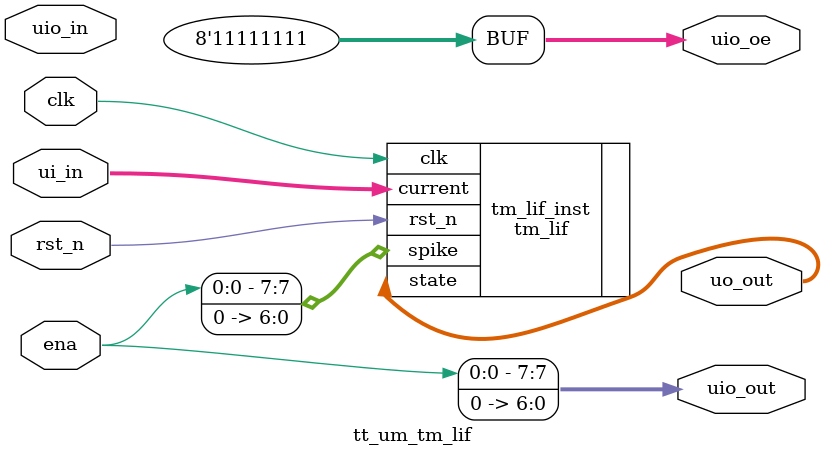
<source format=v>
`default_nettype none

module tt_um_tm_lif (
    input wire [7:0] ui_in,    // Dedicated inputs - connected to the input switches
    output wire [7:0] uo_out,   // Dedicated outputs - connected to the 7 segment display
    input wire [7:0] uio_in,   // IOs: Bidirectional Input path
    output wire [7:0] uio_out,  // IOs: Bidirectional Output path
    output wire [7:0] uio_oe,   // IOs: Bidirectional Enable path (active high: 0=input, 1=output)
    input wire ena,      // will go high when the design is enabled
    input wire clk,      // clock
    input wire rst_n     // reset_n - low to reset
);

    assign uio_oe = 8'b11111111;
    assign uio_out[6:0] = 7'd0;



    tm_lif tm_lif_inst(
        .current(ui_in),
        .clk(clk),
        .rst_n(rst_n),
        .spike(uio_out),
        .state(uo_out)
    );

    assign uio_out[7] = ena;

endmodule
</source>
